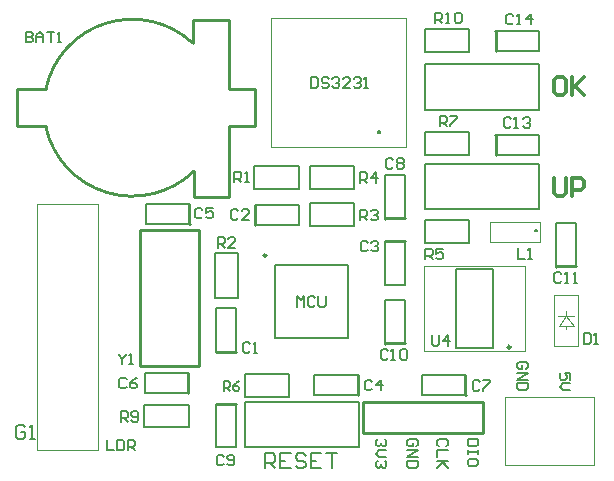
<source format=gto>
G04*
G04 #@! TF.GenerationSoftware,Altium Limited,Altium Designer,22.11.1 (43)*
G04*
G04 Layer_Color=65535*
%FSTAX24Y24*%
%MOIN*%
G70*
G04*
G04 #@! TF.SameCoordinates,C1124A1A-70A5-44B8-A6FF-2808BC57BE08*
G04*
G04*
G04 #@! TF.FilePolarity,Positive*
G04*
G01*
G75*
%ADD10C,0.0098*%
%ADD11C,0.0100*%
%ADD12C,0.0079*%
%ADD13C,0.0039*%
%ADD14C,0.0020*%
%ADD15C,0.0059*%
%ADD16C,0.0118*%
D10*
X008496Y007202D02*
G03*
X008496Y007202I-000049J0D01*
G01*
X016626Y004145D02*
G03*
X016626Y004145I-000049J0D01*
G01*
D11*
X006037Y014277D02*
G03*
X00114Y01275I-002017J-002147D01*
G01*
X00113Y01152D02*
G03*
X006078Y010012I00289J00061D01*
G01*
X01815Y00684D02*
X01882D01*
X01815Y00683D02*
Y00684D01*
X01613Y01056D02*
Y01123D01*
X01612D02*
X01613D01*
Y014D02*
Y01467D01*
X01612D02*
X01613D01*
X01243Y00427D02*
X0131D01*
X01243Y00426D02*
Y00427D01*
X01512Y00256D02*
Y00323D01*
Y00256D02*
X01513D01*
X01172Y002309D02*
X01572D01*
Y001269D02*
Y002309D01*
X01172Y001269D02*
X01572D01*
X01172D02*
Y002309D01*
X006809Y00225D02*
X007479D01*
Y00226D01*
X006078Y00916D02*
Y010012D01*
Y00916D02*
X00723D01*
Y0115D01*
X0081D01*
Y01276D01*
X00724D02*
X0081D01*
X00724D02*
Y01506D01*
X006037D02*
X00724D01*
X006037Y014277D02*
Y01506D01*
X00017Y01152D02*
X00113D01*
X00017Y01275D02*
X00114D01*
X00017Y01152D02*
Y01275D01*
X01243Y00844D02*
X0131D01*
X01243Y00843D02*
Y00844D01*
X01153Y00256D02*
Y00323D01*
Y00256D02*
X01154D01*
X008118Y0082D02*
Y00887D01*
X008108D02*
X008118D01*
X01243Y007671D02*
X0131D01*
Y007681D01*
X006809Y00399D02*
X007479D01*
X006809Y00398D02*
Y00399D01*
X00592Y00826D02*
Y00893D01*
Y00826D02*
X00593D01*
X00588Y00262D02*
Y00329D01*
Y00262D02*
X00589D01*
X00625Y00352D02*
Y00806D01*
X00427D02*
X00625D01*
X00427Y00352D02*
Y00806D01*
Y00352D02*
X00625D01*
D12*
X008776Y004452D02*
Y006893D01*
X011217Y004452D02*
Y006893D01*
X008776D02*
X011217D01*
X008776Y004452D02*
X011217D01*
X01815Y00684D02*
Y00829D01*
X01882Y00684D02*
Y00829D01*
X01815D02*
X01882D01*
X01378Y00874D02*
Y008822D01*
Y01026D01*
X01758D01*
Y00874D02*
Y01026D01*
X01378Y00874D02*
X01758D01*
X01378Y0113D02*
X01526D01*
X01378Y01054D02*
Y0113D01*
X01526Y01055D02*
Y0113D01*
X01378Y01054D02*
X01525D01*
X01526Y01055D01*
X01613Y01123D02*
X01758D01*
X01613Y01056D02*
X01758D01*
Y01123D01*
X01378Y013977D02*
X01526D01*
Y014737D01*
X01378Y013977D02*
Y014727D01*
X01379Y014737D02*
X01526D01*
X01378Y014727D02*
X01379Y014737D01*
X01613Y01467D02*
X01758D01*
X01613Y014D02*
X01758D01*
Y01467D01*
X01378Y01205D02*
Y012132D01*
Y01357D01*
X01758D01*
Y01205D02*
Y01357D01*
X01378Y01205D02*
X01758D01*
X01378Y007622D02*
X01526D01*
Y008382D01*
X01378Y007622D02*
Y008372D01*
X01379Y008382D02*
X01526D01*
X01378Y008372D02*
X01379Y008382D01*
X01243Y00427D02*
Y00572D01*
X0131Y00427D02*
Y00572D01*
X01243D02*
X0131D01*
X016034Y004121D02*
Y006759D01*
X014813Y004121D02*
Y006759D01*
Y004121D02*
X016034D01*
X014813Y006759D02*
X016034D01*
X01367Y00256D02*
X01512D01*
X01367Y00323D02*
X01512D01*
X01367Y00256D02*
Y00323D01*
X007479Y0008D02*
Y00225D01*
X006809Y0008D02*
Y00225D01*
Y0008D02*
X007479D01*
X00777Y003241D02*
X00925D01*
X00777Y002481D02*
Y003241D01*
X00925Y002491D02*
Y003241D01*
X00777Y002481D02*
X00924D01*
X00925Y002491D01*
X01157Y002238D02*
Y00232D01*
Y0008D02*
Y002238D01*
X00777Y0008D02*
X01157D01*
X00777D02*
Y00232D01*
X01157D01*
X004421Y00147D02*
X005901D01*
Y00223D01*
X004421Y00147D02*
Y00222D01*
X004431Y00223D02*
X005901D01*
X004421Y00222D02*
X004431Y00223D01*
X01243Y00844D02*
Y00989D01*
X0131Y00844D02*
Y00989D01*
X01243D02*
X0131D01*
X00994Y00943D02*
X01142D01*
Y01019D01*
X00994Y00943D02*
Y01018D01*
X00995Y01019D02*
X01142D01*
X00994Y01018D02*
X00995Y01019D01*
X00994Y008189D02*
X01142D01*
Y008949D01*
X00994Y008189D02*
Y008939D01*
X00995Y008949D02*
X01142D01*
X00994Y008939D02*
X00995Y008949D01*
X008088Y00943D02*
X009568D01*
Y01019D01*
X008088Y00943D02*
Y01018D01*
X008098Y01019D02*
X009568D01*
X008088Y01018D02*
X008098Y01019D01*
X01008Y00256D02*
X01153D01*
X01008Y00323D02*
X01153D01*
X01008Y00256D02*
Y00323D01*
X008118Y00887D02*
X009568D01*
X008118Y0082D02*
X009568D01*
Y00887D01*
X0131Y006221D02*
Y007671D01*
X01243Y006221D02*
Y007671D01*
Y006221D02*
X0131D01*
X006809Y00399D02*
Y00544D01*
X007479Y00399D02*
Y00544D01*
X006809D02*
X007479D01*
X00447Y00826D02*
X00592D01*
X00447Y00893D02*
X00592D01*
X00447Y00826D02*
Y00893D01*
X00443Y00262D02*
X00588D01*
X00443Y00329D02*
X00588D01*
X00443Y00262D02*
Y00329D01*
X00753Y00579D02*
Y00727D01*
X00677D02*
X00753D01*
X00678Y00579D02*
X00753D01*
X00677Y0058D02*
Y00727D01*
Y0058D02*
X00678Y00579D01*
X009519Y005479D02*
Y005833D01*
X009637Y005715D01*
X009755Y005833D01*
Y005479D01*
X010109Y005774D02*
X01005Y005833D01*
X009932D01*
X009873Y005774D01*
Y005538D01*
X009932Y005479D01*
X01005D01*
X010109Y005538D01*
X010227Y005833D02*
Y005538D01*
X010286Y005479D01*
X010404D01*
X010463Y005538D01*
Y005833D01*
X000454Y001472D02*
X000375Y001551D01*
X000217D01*
X000139Y001472D01*
Y001157D01*
X000217Y001079D01*
X000375D01*
X000454Y001157D01*
Y001315D01*
X000296D01*
X000611Y001079D02*
X000768D01*
X00069D01*
Y001551D01*
X000611Y001472D01*
X009979Y013139D02*
Y012785D01*
X010156D01*
X010215Y012844D01*
Y01308D01*
X010156Y013139D01*
X009979D01*
X010569Y01308D02*
X01051Y013139D01*
X010392D01*
X010333Y01308D01*
Y013021D01*
X010392Y012962D01*
X01051D01*
X010569Y012903D01*
Y012844D01*
X01051Y012785D01*
X010392D01*
X010333Y012844D01*
X010687Y01308D02*
X010746Y013139D01*
X010864D01*
X010923Y01308D01*
Y013021D01*
X010864Y012962D01*
X010805D01*
X010864D01*
X010923Y012903D01*
Y012844D01*
X010864Y012785D01*
X010746D01*
X010687Y012844D01*
X011278Y012785D02*
X011042D01*
X011278Y013021D01*
Y01308D01*
X011219Y013139D01*
X011101D01*
X011042Y01308D01*
X011396D02*
X011455Y013139D01*
X011573D01*
X011632Y01308D01*
Y013021D01*
X011573Y012962D01*
X011514D01*
X011573D01*
X011632Y012903D01*
Y012844D01*
X011573Y012785D01*
X011455D01*
X011396Y012844D01*
X01175Y012785D02*
X011868D01*
X011809D01*
Y013139D01*
X01175Y01308D01*
X012272Y011358D02*
Y011299D01*
X012213D01*
Y011358D01*
X012272D01*
X017501Y008061D02*
Y008002D01*
X017442D01*
Y008061D01*
X017501D01*
X018623Y003061D02*
Y003297D01*
X018446D01*
X018505Y003179D01*
Y00312D01*
X018446Y003061D01*
X018328D01*
X018269Y00312D01*
Y003238D01*
X018328Y003297D01*
X018623Y002943D02*
X018387D01*
X018269Y002825D01*
X018387Y002707D01*
X018623D01*
X013484Y000835D02*
X013543Y000894D01*
Y001012D01*
X013484Y001071D01*
X013248D01*
X013189Y001012D01*
Y000894D01*
X013248Y000835D01*
X013366D01*
Y000953D01*
X013189Y000717D02*
X013543D01*
X013189Y000481D01*
X013543D01*
Y000363D02*
X013189D01*
Y000186D01*
X013248Y000127D01*
X013484D01*
X013543Y000186D01*
Y000363D01*
X017144Y003415D02*
X017203Y003474D01*
Y003592D01*
X017144Y003651D01*
X016908D01*
X016849Y003592D01*
Y003474D01*
X016908Y003415D01*
X017026D01*
Y003533D01*
X016849Y003297D02*
X017203D01*
X016849Y003061D01*
X017203D01*
Y002943D02*
X016849D01*
Y002766D01*
X016908Y002707D01*
X017144D01*
X017203Y002766D01*
Y002943D01*
X015553Y001071D02*
X015199D01*
Y000894D01*
X015258Y000835D01*
X015494D01*
X015553Y000894D01*
Y001071D01*
Y000717D02*
Y000599D01*
Y000658D01*
X015199D01*
Y000717D01*
Y000599D01*
X015553Y000245D02*
Y000363D01*
X015494Y000422D01*
X015258D01*
X015199Y000363D01*
Y000245D01*
X015258Y000186D01*
X015494D01*
X015553Y000245D01*
X014484Y000835D02*
X014543Y000894D01*
Y001012D01*
X014484Y001071D01*
X014248D01*
X014189Y001012D01*
Y000894D01*
X014248Y000835D01*
X014543Y000717D02*
X014189D01*
Y000481D01*
X014543Y000363D02*
X014189D01*
X014307D01*
X014543Y000127D01*
X014366Y000304D01*
X014189Y000127D01*
X012434Y001071D02*
X012493Y001012D01*
Y000894D01*
X012434Y000835D01*
X012375D01*
X012316Y000894D01*
Y000953D01*
Y000894D01*
X012257Y000835D01*
X012198D01*
X012139Y000894D01*
Y001012D01*
X012198Y001071D01*
X012493Y000717D02*
X012257D01*
X012139Y000599D01*
X012257Y000481D01*
X012493D01*
X012434Y000363D02*
X012493Y000304D01*
Y000186D01*
X012434Y000127D01*
X012375D01*
X012316Y000186D01*
Y000245D01*
Y000186D01*
X012257Y000127D01*
X012198D01*
X012139Y000186D01*
Y000304D01*
X012198Y000363D01*
X003574Y003927D02*
Y003868D01*
X003692Y00375D01*
X00381Y003868D01*
Y003927D01*
X003692Y00375D02*
Y003573D01*
X003928D02*
X004046D01*
X003987D01*
Y003927D01*
X003928Y003868D01*
X014009Y004537D02*
Y004242D01*
X014068Y004183D01*
X014186D01*
X014245Y004242D01*
Y004537D01*
X01454Y004183D02*
Y004537D01*
X014363Y00436D01*
X014599D01*
X014117Y014943D02*
Y015297D01*
X014294D01*
X014353Y015238D01*
Y01512D01*
X014294Y015061D01*
X014117D01*
X014235D02*
X014353Y014943D01*
X014471D02*
X01459D01*
X01453D01*
Y015297D01*
X014471Y015238D01*
X014767D02*
X014826Y015297D01*
X014944D01*
X015003Y015238D01*
Y015002D01*
X014944Y014943D01*
X014826D01*
X014767Y015002D01*
Y015238D01*
X003635Y001653D02*
Y002007D01*
X003812D01*
X003871Y001948D01*
Y00183D01*
X003812Y001771D01*
X003635D01*
X003753D02*
X003871Y001653D01*
X003989Y001712D02*
X004048Y001653D01*
X004166D01*
X004225Y001712D01*
Y001948D01*
X004166Y002007D01*
X004048D01*
X003989Y001948D01*
Y001889D01*
X004048Y00183D01*
X004225D01*
X003168Y001057D02*
Y000703D01*
X003404D01*
X003522Y001057D02*
Y000703D01*
X003699D01*
X003758Y000762D01*
Y000998D01*
X003699Y001057D01*
X003522D01*
X003876Y000703D02*
Y001057D01*
X004053D01*
X004112Y000998D01*
Y00088D01*
X004053Y000821D01*
X003876D01*
X003994D02*
X004112Y000703D01*
X014265Y011503D02*
Y011857D01*
X014442D01*
X014501Y011798D01*
Y01168D01*
X014442Y011621D01*
X014265D01*
X014383D02*
X014501Y011503D01*
X014619Y011857D02*
X014855D01*
Y011798D01*
X014619Y011562D01*
Y011503D01*
X013795Y007073D02*
Y007427D01*
X013972D01*
X014031Y007368D01*
Y00725D01*
X013972Y007191D01*
X013795D01*
X013913D02*
X014031Y007073D01*
X014385Y007427D02*
X014149D01*
Y00725D01*
X014267Y007309D01*
X014326D01*
X014385Y00725D01*
Y007132D01*
X014326Y007073D01*
X014208D01*
X014149Y007132D01*
X011615Y009613D02*
Y009967D01*
X011792D01*
X011851Y009908D01*
Y00979D01*
X011792Y009731D01*
X011615D01*
X011733D02*
X011851Y009613D01*
X012146D02*
Y009967D01*
X011969Y00979D01*
X012205D01*
X011615Y008372D02*
Y008726D01*
X011792D01*
X011851Y008667D01*
Y008549D01*
X011792Y00849D01*
X011615D01*
X011733D02*
X011851Y008372D01*
X011969Y008667D02*
X012028Y008726D01*
X012146D01*
X012205Y008667D01*
Y008608D01*
X012146Y008549D01*
X012087D01*
X012146D01*
X012205Y00849D01*
Y008431D01*
X012146Y008372D01*
X012028D01*
X011969Y008431D01*
X006865Y007463D02*
Y007817D01*
X007042D01*
X007101Y007758D01*
Y00764D01*
X007042Y007581D01*
X006865D01*
X006983D02*
X007101Y007463D01*
X007455D02*
X007219D01*
X007455Y007699D01*
Y007758D01*
X007396Y007817D01*
X007278D01*
X007219Y007758D01*
X007424Y009643D02*
Y009997D01*
X007601D01*
X00766Y009938D01*
Y00982D01*
X007601Y009761D01*
X007424D01*
X007542D02*
X00766Y009643D01*
X007778D02*
X007896D01*
X007837D01*
Y009997D01*
X007778Y009938D01*
X016864Y007437D02*
Y007083D01*
X0171D01*
X017218D02*
X017336D01*
X017277D01*
Y007437D01*
X017218Y007378D01*
X019074Y004617D02*
Y004263D01*
X019251D01*
X01931Y004322D01*
Y004558D01*
X019251Y004617D01*
X019074D01*
X019428Y004263D02*
X019546D01*
X019487D01*
Y004617D01*
X019428Y004558D01*
X016723Y015198D02*
X016664Y015257D01*
X016546D01*
X016487Y015198D01*
Y014962D01*
X016546Y014903D01*
X016664D01*
X016723Y014962D01*
X016841Y014903D02*
X01696D01*
X0169D01*
Y015257D01*
X016841Y015198D01*
X017314Y014903D02*
Y015257D01*
X017137Y01508D01*
X017373D01*
X016643Y011748D02*
X016584Y011807D01*
X016466D01*
X016407Y011748D01*
Y011512D01*
X016466Y011453D01*
X016584D01*
X016643Y011512D01*
X016761Y011453D02*
X01688D01*
X01682D01*
Y011807D01*
X016761Y011748D01*
X017057D02*
X017116Y011807D01*
X017234D01*
X017293Y011748D01*
Y011689D01*
X017234Y01163D01*
X017175D01*
X017234D01*
X017293Y011571D01*
Y011512D01*
X017234Y011453D01*
X017116D01*
X017057Y011512D01*
X018322Y006578D02*
X018263Y006637D01*
X018145D01*
X018086Y006578D01*
Y006342D01*
X018145Y006283D01*
X018263D01*
X018322Y006342D01*
X01844Y006283D02*
X018559D01*
X0185D01*
Y006637D01*
X01844Y006578D01*
X018736Y006283D02*
X018854D01*
X018795D01*
Y006637D01*
X018736Y006578D01*
X012543Y004008D02*
X012484Y004067D01*
X012366D01*
X012307Y004008D01*
Y003772D01*
X012366Y003713D01*
X012484D01*
X012543Y003772D01*
X012661Y003713D02*
X01278D01*
X01272D01*
Y004067D01*
X012661Y004008D01*
X012957D02*
X013016Y004067D01*
X013134D01*
X013193Y004008D01*
Y003772D01*
X013134Y003713D01*
X013016D01*
X012957Y003772D01*
Y004008D01*
X00707Y000498D02*
X007011Y000557D01*
X006893D01*
X006834Y000498D01*
Y000262D01*
X006893Y000203D01*
X007011D01*
X00707Y000262D01*
X007188D02*
X007247Y000203D01*
X007366D01*
X007425Y000262D01*
Y000498D01*
X007366Y000557D01*
X007247D01*
X007188Y000498D01*
Y000439D01*
X007247Y00038D01*
X007425D01*
X012711Y010388D02*
X012652Y010447D01*
X012534D01*
X012475Y010388D01*
Y010152D01*
X012534Y010093D01*
X012652D01*
X012711Y010152D01*
X012829Y010388D02*
X012888Y010447D01*
X013006D01*
X013065Y010388D01*
Y010329D01*
X013006Y01027D01*
X013065Y010211D01*
Y010152D01*
X013006Y010093D01*
X012888D01*
X012829Y010152D01*
Y010211D01*
X012888Y01027D01*
X012829Y010329D01*
Y010388D01*
X012888Y01027D02*
X013006D01*
X015601Y002988D02*
X015542Y003047D01*
X015424D01*
X015365Y002988D01*
Y002752D01*
X015424Y002693D01*
X015542D01*
X015601Y002752D01*
X015719Y003047D02*
X015955D01*
Y002988D01*
X015719Y002752D01*
Y002693D01*
X003831Y003068D02*
X003772Y003127D01*
X003654D01*
X003595Y003068D01*
Y002832D01*
X003654Y002773D01*
X003772D01*
X003831Y002832D01*
X004185Y003127D02*
X004067Y003068D01*
X003949Y00295D01*
Y002832D01*
X004008Y002773D01*
X004126D01*
X004185Y002832D01*
Y002891D01*
X004126Y00295D01*
X003949D01*
X006361Y008728D02*
X006302Y008787D01*
X006184D01*
X006125Y008728D01*
Y008492D01*
X006184Y008433D01*
X006302D01*
X006361Y008492D01*
X006715Y008787D02*
X006479D01*
Y00861D01*
X006597Y008669D01*
X006656D01*
X006715Y00861D01*
Y008492D01*
X006656Y008433D01*
X006538D01*
X006479Y008492D01*
X012011Y002998D02*
X011952Y003057D01*
X011834D01*
X011775Y002998D01*
Y002762D01*
X011834Y002703D01*
X011952D01*
X012011Y002762D01*
X012306Y002703D02*
Y003057D01*
X012129Y00288D01*
X012365D01*
X011871Y007628D02*
X011812Y007687D01*
X011694D01*
X011635Y007628D01*
Y007392D01*
X011694Y007333D01*
X011812D01*
X011871Y007392D01*
X011989Y007628D02*
X012048Y007687D01*
X012166D01*
X012225Y007628D01*
Y007569D01*
X012166Y00751D01*
X012107D01*
X012166D01*
X012225Y007451D01*
Y007392D01*
X012166Y007333D01*
X012048D01*
X011989Y007392D01*
X007551Y008678D02*
X007492Y008737D01*
X007374D01*
X007315Y008678D01*
Y008442D01*
X007374Y008383D01*
X007492D01*
X007551Y008442D01*
X007905Y008383D02*
X007669D01*
X007905Y008619D01*
Y008678D01*
X007846Y008737D01*
X007728D01*
X007669Y008678D01*
X007951Y004248D02*
X007892Y004307D01*
X007774D01*
X007715Y004248D01*
Y004012D01*
X007774Y003953D01*
X007892D01*
X007951Y004012D01*
X008069Y003953D02*
X008187D01*
X008128D01*
Y004307D01*
X008069Y004248D01*
X008446Y000104D02*
Y000616D01*
X008702D01*
X008787Y000531D01*
Y00036D01*
X008702Y000275D01*
X008446D01*
X008617D02*
X008787Y000104D01*
X009299Y000616D02*
X008958D01*
Y000104D01*
X009299D01*
X008958Y00036D02*
X009128D01*
X009811Y000531D02*
X009725Y000616D01*
X009555D01*
X009469Y000531D01*
Y000445D01*
X009555Y00036D01*
X009725D01*
X009811Y000275D01*
Y000189D01*
X009725Y000104D01*
X009555D01*
X009469Y000189D01*
X010322Y000616D02*
X009981D01*
Y000104D01*
X010322D01*
X009981Y00036D02*
X010152D01*
X010493Y000616D02*
X010834D01*
X010663D01*
Y000104D01*
X00047Y014657D02*
Y014303D01*
X000647D01*
X000706Y014362D01*
Y014421D01*
X000647Y01448D01*
X00047D01*
X000647D01*
X000706Y014539D01*
Y014598D01*
X000647Y014657D01*
X00047D01*
X000824Y014303D02*
Y014539D01*
X000942Y014657D01*
X00106Y014539D01*
Y014303D01*
Y01448D01*
X000824D01*
X001178Y014657D02*
X001414D01*
X001296D01*
Y014303D01*
X001532D02*
X00165D01*
X001591D01*
Y014657D01*
X001532Y014598D01*
D13*
X01313Y010826D02*
Y015106D01*
X00866Y010826D02*
X01313D01*
X00866D02*
Y015106D01*
X01313D01*
X01593Y00766D02*
X0176D01*
X01593D02*
Y00831D01*
X0176D01*
Y00766D02*
Y00831D01*
X01809Y00419D02*
Y00589D01*
X01889D01*
Y00419D02*
Y00589D01*
X01809Y00419D02*
X01889D01*
X01849Y00517D02*
Y00534D01*
Y00517D02*
X01876D01*
X01821D02*
X01849D01*
Y00485D02*
X01873Y00484D01*
X01849Y00517D02*
X01873Y00484D01*
X01825Y00485D02*
X01849Y00517D01*
X01825Y00485D02*
X01849D01*
Y00475D02*
Y00485D01*
X0194Y00021D02*
Y00248D01*
X01646Y00021D02*
X0194D01*
X01646D02*
Y00248D01*
X0194D01*
X00113Y01152D02*
Y01153D01*
X00287Y00071D02*
Y00893D01*
X00085D02*
X00287D01*
X00085Y00071D02*
Y00893D01*
Y00071D02*
X00287D01*
D14*
X017097Y004023D02*
Y006857D01*
X01375D02*
X017097D01*
X01375Y004023D02*
Y006857D01*
Y004023D02*
X017097D01*
D15*
X007068Y002693D02*
Y003008D01*
X007225D01*
X007278Y002956D01*
Y002851D01*
X007225Y002798D01*
X007068D01*
X007173D02*
X007278Y002693D01*
X007592Y003008D02*
X007487Y002956D01*
X007382Y002851D01*
Y002746D01*
X007435Y002693D01*
X00754D01*
X007592Y002746D01*
Y002798D01*
X00754Y002851D01*
X007382D01*
D16*
X018383Y013155D02*
X018186D01*
X018088Y013057D01*
Y012663D01*
X018186Y012565D01*
X018383D01*
X018482Y012663D01*
Y013057D01*
X018383Y013155D01*
X018678D02*
Y012565D01*
Y012762D01*
X019072Y013155D01*
X018777Y01286D01*
X019072Y012565D01*
X018088Y009775D02*
Y009283D01*
X018186Y009185D01*
X018383D01*
X018482Y009283D01*
Y009775D01*
X018678Y009185D02*
Y009775D01*
X018974D01*
X019072Y009677D01*
Y00948D01*
X018974Y009382D01*
X018678D01*
M02*

</source>
